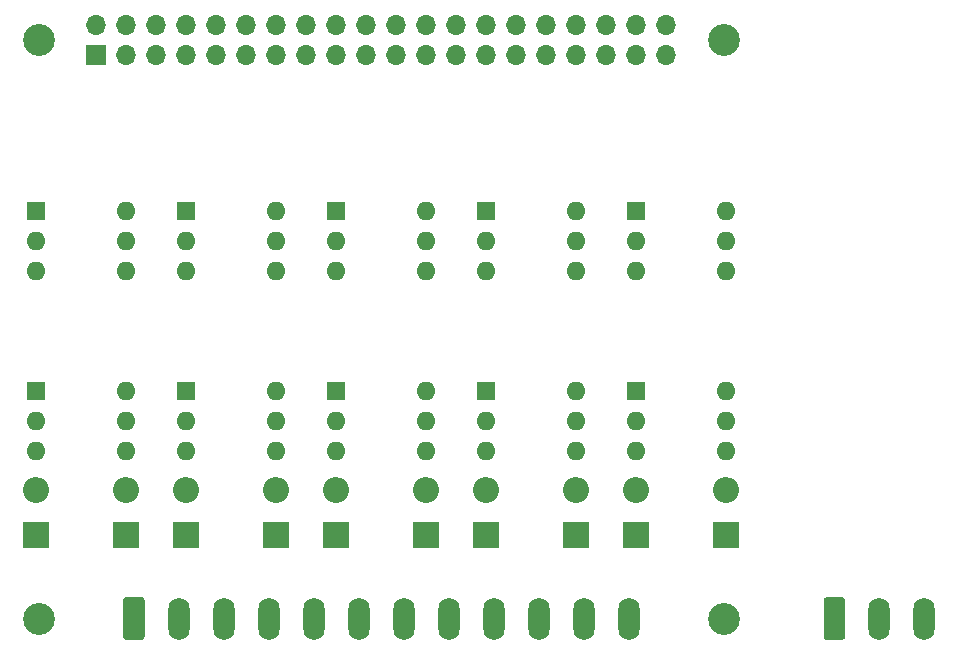
<source format=gbs>
G04 #@! TF.GenerationSoftware,KiCad,Pcbnew,5.1.5-52549c5~84~ubuntu19.04.1*
G04 #@! TF.CreationDate,2020-02-11T15:19:44+02:00*
G04 #@! TF.ProjectId,switch-control-hat,73776974-6368-42d6-936f-6e74726f6c2d,rev?*
G04 #@! TF.SameCoordinates,Original*
G04 #@! TF.FileFunction,Soldermask,Bot*
G04 #@! TF.FilePolarity,Negative*
%FSLAX46Y46*%
G04 Gerber Fmt 4.6, Leading zero omitted, Abs format (unit mm)*
G04 Created by KiCad (PCBNEW 5.1.5-52549c5~84~ubuntu19.04.1) date 2020-02-11 15:19:44*
%MOMM*%
%LPD*%
G04 APERTURE LIST*
%ADD10R,1.700000X1.700000*%
%ADD11O,1.700000X1.700000*%
%ADD12O,1.800000X3.600000*%
%ADD13C,0.100000*%
%ADD14R,2.200000X2.200000*%
%ADD15O,2.200000X2.200000*%
%ADD16R,1.600000X1.600000*%
%ADD17O,1.600000X1.600000*%
%ADD18C,2.700000*%
G04 APERTURE END LIST*
D10*
X208370000Y-98770000D03*
D11*
X208370000Y-96230000D03*
X210910000Y-98770000D03*
X210910000Y-96230000D03*
X213450000Y-98770000D03*
X213450000Y-96230000D03*
X215990000Y-98770000D03*
X215990000Y-96230000D03*
X218530000Y-98770000D03*
X218530000Y-96230000D03*
X221070000Y-98770000D03*
X221070000Y-96230000D03*
X223610000Y-98770000D03*
X223610000Y-96230000D03*
X226150000Y-98770000D03*
X226150000Y-96230000D03*
X228690000Y-98770000D03*
X228690000Y-96230000D03*
X231230000Y-98770000D03*
X231230000Y-96230000D03*
X233770000Y-98770000D03*
X233770000Y-96230000D03*
X236310000Y-98770000D03*
X236310000Y-96230000D03*
X238850000Y-98770000D03*
X238850000Y-96230000D03*
X241390000Y-98770000D03*
X241390000Y-96230000D03*
X243930000Y-98770000D03*
X243930000Y-96230000D03*
X246470000Y-98770000D03*
X246470000Y-96230000D03*
X249010000Y-98770000D03*
X249010000Y-96230000D03*
X251550000Y-98770000D03*
X251550000Y-96230000D03*
X254090000Y-98770000D03*
X254090000Y-96230000D03*
X256630000Y-98770000D03*
X256630000Y-96230000D03*
D12*
X253467000Y-146444000D03*
X249657000Y-146444000D03*
X245847000Y-146444000D03*
X242037000Y-146444000D03*
X238227000Y-146444000D03*
X234417000Y-146444000D03*
X230607000Y-146444000D03*
X226797000Y-146444000D03*
X222987000Y-146444000D03*
X219177000Y-146444000D03*
X215367000Y-146444000D03*
D13*
G36*
X212231504Y-144645204D02*
G01*
X212255773Y-144648804D01*
X212279571Y-144654765D01*
X212302671Y-144663030D01*
X212324849Y-144673520D01*
X212345893Y-144686133D01*
X212365598Y-144700747D01*
X212383777Y-144717223D01*
X212400253Y-144735402D01*
X212414867Y-144755107D01*
X212427480Y-144776151D01*
X212437970Y-144798329D01*
X212446235Y-144821429D01*
X212452196Y-144845227D01*
X212455796Y-144869496D01*
X212457000Y-144894000D01*
X212457000Y-147994000D01*
X212455796Y-148018504D01*
X212452196Y-148042773D01*
X212446235Y-148066571D01*
X212437970Y-148089671D01*
X212427480Y-148111849D01*
X212414867Y-148132893D01*
X212400253Y-148152598D01*
X212383777Y-148170777D01*
X212365598Y-148187253D01*
X212345893Y-148201867D01*
X212324849Y-148214480D01*
X212302671Y-148224970D01*
X212279571Y-148233235D01*
X212255773Y-148239196D01*
X212231504Y-148242796D01*
X212207000Y-148244000D01*
X210907000Y-148244000D01*
X210882496Y-148242796D01*
X210858227Y-148239196D01*
X210834429Y-148233235D01*
X210811329Y-148224970D01*
X210789151Y-148214480D01*
X210768107Y-148201867D01*
X210748402Y-148187253D01*
X210730223Y-148170777D01*
X210713747Y-148152598D01*
X210699133Y-148132893D01*
X210686520Y-148111849D01*
X210676030Y-148089671D01*
X210667765Y-148066571D01*
X210661804Y-148042773D01*
X210658204Y-148018504D01*
X210657000Y-147994000D01*
X210657000Y-144894000D01*
X210658204Y-144869496D01*
X210661804Y-144845227D01*
X210667765Y-144821429D01*
X210676030Y-144798329D01*
X210686520Y-144776151D01*
X210699133Y-144755107D01*
X210713747Y-144735402D01*
X210730223Y-144717223D01*
X210748402Y-144700747D01*
X210768107Y-144686133D01*
X210789151Y-144673520D01*
X210811329Y-144663030D01*
X210834429Y-144654765D01*
X210858227Y-144648804D01*
X210882496Y-144645204D01*
X210907000Y-144644000D01*
X212207000Y-144644000D01*
X212231504Y-144645204D01*
G37*
D14*
X223622000Y-139332000D03*
D15*
X223622000Y-135522000D03*
D16*
X216002000Y-111900000D03*
D17*
X223622000Y-116980000D03*
X216002000Y-114440000D03*
X223622000Y-114440000D03*
X216002000Y-116980000D03*
X223622000Y-111900000D03*
D15*
X261722000Y-135522000D03*
D14*
X261722000Y-139332000D03*
D15*
X210922000Y-135522000D03*
D14*
X210922000Y-139332000D03*
D15*
X203302000Y-135522000D03*
D14*
X203302000Y-139332000D03*
D12*
X278486000Y-146444000D03*
X274676000Y-146444000D03*
D13*
G36*
X271540504Y-144645204D02*
G01*
X271564773Y-144648804D01*
X271588571Y-144654765D01*
X271611671Y-144663030D01*
X271633849Y-144673520D01*
X271654893Y-144686133D01*
X271674598Y-144700747D01*
X271692777Y-144717223D01*
X271709253Y-144735402D01*
X271723867Y-144755107D01*
X271736480Y-144776151D01*
X271746970Y-144798329D01*
X271755235Y-144821429D01*
X271761196Y-144845227D01*
X271764796Y-144869496D01*
X271766000Y-144894000D01*
X271766000Y-147994000D01*
X271764796Y-148018504D01*
X271761196Y-148042773D01*
X271755235Y-148066571D01*
X271746970Y-148089671D01*
X271736480Y-148111849D01*
X271723867Y-148132893D01*
X271709253Y-148152598D01*
X271692777Y-148170777D01*
X271674598Y-148187253D01*
X271654893Y-148201867D01*
X271633849Y-148214480D01*
X271611671Y-148224970D01*
X271588571Y-148233235D01*
X271564773Y-148239196D01*
X271540504Y-148242796D01*
X271516000Y-148244000D01*
X270216000Y-148244000D01*
X270191496Y-148242796D01*
X270167227Y-148239196D01*
X270143429Y-148233235D01*
X270120329Y-148224970D01*
X270098151Y-148214480D01*
X270077107Y-148201867D01*
X270057402Y-148187253D01*
X270039223Y-148170777D01*
X270022747Y-148152598D01*
X270008133Y-148132893D01*
X269995520Y-148111849D01*
X269985030Y-148089671D01*
X269976765Y-148066571D01*
X269970804Y-148042773D01*
X269967204Y-148018504D01*
X269966000Y-147994000D01*
X269966000Y-144894000D01*
X269967204Y-144869496D01*
X269970804Y-144845227D01*
X269976765Y-144821429D01*
X269985030Y-144798329D01*
X269995520Y-144776151D01*
X270008133Y-144755107D01*
X270022747Y-144735402D01*
X270039223Y-144717223D01*
X270057402Y-144700747D01*
X270077107Y-144686133D01*
X270098151Y-144673520D01*
X270120329Y-144663030D01*
X270143429Y-144654765D01*
X270167227Y-144648804D01*
X270191496Y-144645204D01*
X270216000Y-144644000D01*
X271516000Y-144644000D01*
X271540504Y-144645204D01*
G37*
D15*
X254102000Y-135522000D03*
D14*
X254102000Y-139332000D03*
D15*
X249022000Y-135522000D03*
D14*
X249022000Y-139332000D03*
D15*
X241402000Y-135522000D03*
D14*
X241402000Y-139332000D03*
D15*
X236322000Y-135522000D03*
D14*
X236322000Y-139332000D03*
D15*
X228702000Y-135522000D03*
D14*
X228702000Y-139332000D03*
D15*
X216002000Y-135522000D03*
D14*
X216002000Y-139332000D03*
D17*
X261722000Y-127140000D03*
X254102000Y-132220000D03*
X261722000Y-129680000D03*
X254102000Y-129680000D03*
X261722000Y-132220000D03*
D16*
X254102000Y-127140000D03*
X254102000Y-111900000D03*
D17*
X261722000Y-116980000D03*
X254102000Y-114440000D03*
X261722000Y-114440000D03*
X254102000Y-116980000D03*
X261722000Y-111900000D03*
X249022000Y-127140000D03*
X241402000Y-132220000D03*
X249022000Y-129680000D03*
X241402000Y-129680000D03*
X249022000Y-132220000D03*
D16*
X241402000Y-127140000D03*
X241402000Y-111900000D03*
D17*
X249022000Y-116980000D03*
X241402000Y-114440000D03*
X249022000Y-114440000D03*
X241402000Y-116980000D03*
X249022000Y-111900000D03*
X236322000Y-127140000D03*
X228702000Y-132220000D03*
X236322000Y-129680000D03*
X228702000Y-129680000D03*
X236322000Y-132220000D03*
D16*
X228702000Y-127140000D03*
X228702000Y-111900000D03*
D17*
X236322000Y-116980000D03*
X228702000Y-114440000D03*
X236322000Y-114440000D03*
X228702000Y-116980000D03*
X236322000Y-111900000D03*
X223622000Y-127140000D03*
X216002000Y-132220000D03*
X223622000Y-129680000D03*
X216002000Y-129680000D03*
X223622000Y-132220000D03*
D16*
X216002000Y-127140000D03*
X203302000Y-127140000D03*
D17*
X210922000Y-132220000D03*
X203302000Y-129680000D03*
X210922000Y-129680000D03*
X203302000Y-132220000D03*
X210922000Y-127140000D03*
X210922000Y-111900000D03*
X203302000Y-116980000D03*
X210922000Y-114440000D03*
X203302000Y-114440000D03*
X210922000Y-116980000D03*
D16*
X203302000Y-111900000D03*
D18*
X261500000Y-146500000D03*
X203500000Y-146500000D03*
X261500000Y-97500000D03*
X203500000Y-97500000D03*
M02*

</source>
